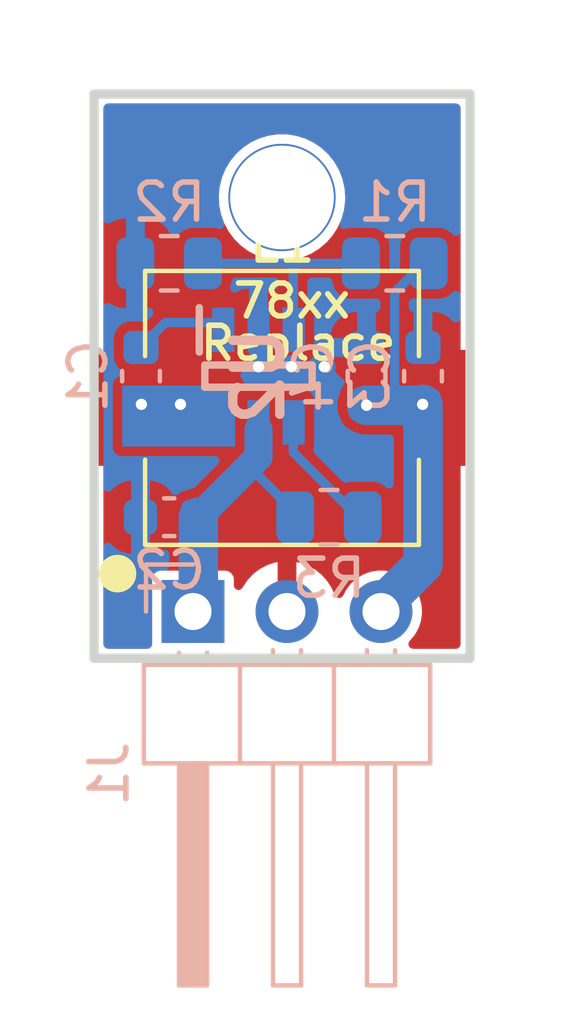
<source format=kicad_pcb>
(kicad_pcb (version 20211014) (generator pcbnew)
  (layers (0 "F.Cu" signal) (31 "B.Cu" signal) (34 "B.Paste" user) (35 "F.Paste" user) (36 "B.SilkS" user "B.Silkscreen") (37 "F.SilkS" user "F.Silkscreen") (38 "B.Mask" user) (39 "F.Mask" user) (44 "Edge.Cuts" user))
  (net 0 "")
  (net 1 "Net-(C1-Pad1)")
  (net 2 "/Vin")
  (net 3 "GND")
  (net 4 "/Vout")
  (net 5 "Net-(R1-Pad2)")
  (net 6 "Net-(U2-Pad4)")
  (footprint "Inductor_SMD:L_7.3x7.3_H4.5" (layer "F.Cu") (at 112.63 84)
    (fp_text reference "L1" (at 0 -4.45) (layer "F.SilkS"))
    (fp_text value "4.7uH")
    (fp_line (start -3.7 -3.7) (end 3.7 -3.7) (layer "F.SilkS") (width 0.12))
    (fp_line (start 3.7 1.4) (end 3.7 3.7) (layer "F.SilkS") (width 0.12))
    (fp_line (start -3.7 3.7) (end -3.7 1.4) (layer "F.SilkS") (width 0.12))
    (fp_line (start 3.7 -3.7) (end 3.7 -1.4) (layer "F.SilkS") (width 0.12))
    (fp_line (start -3.7 -1.4) (end -3.7 -3.7) (layer "F.SilkS") (width 0.12))
    (fp_line (start 3.7 3.7) (end -3.7 3.7) (layer "F.SilkS") (width 0.12))
    (pad "1" smd rect (at -3.2 0) (size 3.556 3.132) (layers "F.Cu" "F.Paste" "F.Mask") (net 2 "/Vin"))
    (pad "2" smd rect (at 3.2 0) (size 3.556 3.132) (layers "F.Cu" "F.Paste" "F.Mask") (net 4 "/Vout"))
  )
  (footprint "SamacSys_Parts:SOT95P280X145-6N" (layer "B.Cu") (at 111.995 83.142 -90)
    (fp_text reference "U2" (at 0 0 90) (layer "B.SilkS") (effects (font (size 1.27 1.27) (thickness 0.254)) (justify mirror)))
    (fp_text value "MT2492" hide)
    (fp_line (start -0.3 -1.45) (end -0.3 1.45) (layer "B.SilkS") (width 0.2))
    (fp_line (start -0.3 1.45) (end 0.3 1.45) (layer "B.SilkS") (width 0.2))
    (fp_line (start 0.3 -1.45) (end -0.3 -1.45) (layer "B.SilkS") (width 0.2))
    (fp_line (start 0.3 1.45) (end 0.3 -1.45) (layer "B.SilkS") (width 0.2))
    (fp_line (start -1.85 1.6) (end -0.65 1.6) (layer "B.SilkS") (width 0.2))
    (pad "1" smd rect locked (at -1.25 0.95 180) (size 0.6 1.2) (layers "B.Cu" "B.Paste" "B.Mask") (net 1 "Net-(C1-Pad1)"))
    (pad "2" smd rect locked (at -1.25 0 180) (size 0.6 1.2) (layers "B.Cu" "B.Paste" "B.Mask") (net 3 "GND"))
    (pad "3" smd rect locked (at -1.25 -0.95 180) (size 0.6 1.2) (layers "B.Cu" "B.Paste" "B.Mask") (net 5 "Net-(R1-Pad2)"))
    (pad "4" smd rect locked (at 1.25 -0.95 180) (size 0.6 1.2) (layers "B.Cu" "B.Paste" "B.Mask") (net 6 "Net-(U2-Pad4)"))
    (pad "5" smd rect locked (at 1.25 0 180) (size 0.6 1.2) (layers "B.Cu" "B.Paste" "B.Mask") (net 2 "/Vin"))
    (pad "6" smd rect locked (at 1.25 0.95 180) (size 0.6 1.2) (layers "B.Cu" "B.Paste" "B.Mask") (net 2 "/Vin"))
  )
  (footprint "Resistor_SMD:R_0805_2012Metric" (layer "B.Cu") (at 113.9 86.952)
    (fp_text reference "R3" (at 0 1.65) (layer "B.SilkS") (effects (justify mirror)))
    (fp_text value "100k")
    (fp_line (start -0.227064 -0.735) (end 0.227064 -0.735) (layer "B.SilkS") (width 0.12))
    (fp_line (start -0.227064 0.735) (end 0.227064 0.735) (layer "B.SilkS") (width 0.12))
    (pad "1" smd roundrect locked (at -0.9125 0) (size 1.025 1.4) (layers "B.Cu" "B.Paste" "B.Mask") (roundrect_rratio 0.243902) (net 2 "/Vin"))
    (pad "2" smd roundrect locked (at 0.9125 0) (size 1.025 1.4) (layers "B.Cu" "B.Paste" "B.Mask") (roundrect_rratio 0.243902) (net 6 "Net-(U2-Pad4)"))
  )
  (footprint "Resistor_SMD:R_0805_2012Metric" (layer "B.Cu") (at 115.678 80.094 180)
    (fp_text reference "R1" (at 0 1.65) (layer "B.SilkS") (effects (justify mirror)))
    (fp_text value "110k")
    (fp_line (start -0.227064 0.735) (end 0.227064 0.735) (layer "B.SilkS") (width 0.12))
    (fp_line (start -0.227064 -0.735) (end 0.227064 -0.735) (layer "B.SilkS") (width 0.12))
    (pad "1" smd roundrect locked (at -0.9125 0 180) (size 1.025 1.4) (layers "B.Cu" "B.Paste" "B.Mask") (roundrect_rratio 0.243902) (net 4 "/Vout"))
    (pad "2" smd roundrect locked (at 0.9125 0 180) (size 1.025 1.4) (layers "B.Cu" "B.Paste" "B.Mask") (roundrect_rratio 0.243902) (net 5 "Net-(R1-Pad2)"))
  )
  (footprint "Connector_PinHeader_2.54mm:PinHeader_1x03_P2.54mm_Horizontal" (layer "B.Cu") (at 110.225 89.5 -90)
    (fp_text reference "J1" (at 4.385 2.27 90) (layer "B.SilkS") (effects (justify mirror)))
    (fp_text value "Conn_01x03_Male")
    (fp_line (start 10.1 -0.38) (end 4.1 -0.38) (layer "B.SilkS") (width 0.12))
    (fp_line (start 1.11 -0.38) (end 1.44 -0.38) (layer "B.SilkS") (width 0.12))
    (fp_line (start 1.44 1.33) (end 1.44 -6.41) (layer "B.SilkS") (width 0.12))
    (fp_line (start 4.1 -0.04) (end 10.1 -0.04) (layer "B.SilkS") (width 0.12))
    (fp_line (start 4.1 0.32) (end 10.1 0.32) (layer "B.SilkS") (width 0.12))
    (fp_line (start 4.1 0.08) (end 10.1 0.08) (layer "B.SilkS") (width 0.12))
    (fp_line (start 1.44 -1.27) (end 4.1 -1.27) (layer "B.SilkS") (width 0.12))
    (fp_line (start 10.1 -2.16) (end 10.1 -2.92) (layer "B.SilkS") (width 0.12))
    (fp_line (start 1.44 -3.81) (end 4.1 -3.81) (layer "B.SilkS") (width 0.12))
    (fp_line (start 10.1 -4.7) (end 10.1 -5.46) (layer "B.SilkS") (width 0.12))
    (fp_line (start 1.042929 -5.46) (end 1.44 -5.46) (layer "B.SilkS") (width 0.12))
    (fp_line (start 4.1 0.2) (end 10.1 0.2) (layer "B.SilkS") (width 0.12))
    (fp_line (start 4.1 -6.41) (end 4.1 1.33) (layer "B.SilkS") (width 0.12))
    (fp_line (start 4.1 -0.28) (end 10.1 -0.28) (layer "B.SilkS") (width 0.12))
    (fp_line (start 1.042929 -2.16) (end 1.44 -2.16) (layer "B.SilkS") (width 0.12))
    (fp_line (start -1.27 0) (end -1.27 1.27) (layer "B.SilkS") (width 0.12))
    (fp_line (start 1.042929 -2.92) (end 1.44 -2.92) (layer "B.SilkS") (width 0.12))
    (fp_line (start 10.1 -2.92) (end 4.1 -2.92) (layer "B.SilkS") (width 0.12))
    (fp_line (start 4.1 0.38) (end 10.1 0.38) (layer "B.SilkS") (width 0.12))
    (fp_line (start -1.27 1.27) (end 0 1.27) (layer "B.SilkS") (width 0.12))
    (fp_line (start 4.1 1.33) (end 1.44 1.33) (layer "B.SilkS") (width 0.12))
    (fp_line (start 4.1 -4.7) (end 10.1 -4.7) (layer "B.SilkS") (width 0.12))
    (fp_line (start 1.042929 -4.7) (end 1.44 -4.7) (layer "B.SilkS") (width 0.12))
    (fp_line (start 1.11 0.38) (end 1.44 0.38) (layer "B.SilkS") (width 0.12))
    (fp_line (start 10.1 -5.46) (end 4.1 -5.46) (layer "B.SilkS") (width 0.12))
    (fp_line (start 10.1 0.38) (end 10.1 -0.38) (layer "B.SilkS") (width 0.12))
    (fp_line (start 4.1 -2.16) (end 10.1 -2.16) (layer "B.SilkS") (width 0.12))
    (fp_line (start 1.44 -6.41) (end 4.1 -6.41) (layer "B.SilkS") (width 0.12))
    (fp_line (start 4.1 -0.16) (end 10.1 -0.16) (layer "B.SilkS") (width 0.12))
    (pad "1" thru_hole rect locked (at 0 0 270) (size 1.7 1.7) (drill 1) (layers *.Cu *.Mask) (net 2 "/Vin"))
    (pad "2" thru_hole oval locked (at 0 -2.54 270) (size 1.7 1.7) (drill 1) (layers *.Cu *.Mask) (net 3 "GND"))
    (pad "3" thru_hole oval locked (at 0 -5.08 270) (size 1.7 1.7) (drill 1) (layers *.Cu *.Mask) (net 4 "/Vout"))
  )
  (footprint "Capacitor_SMD:C_0603_1608Metric" (layer "B.Cu") (at 114.916 83.142 -90)
    (fp_text reference "C4" (at 0 1.43 90) (layer "B.SilkS") (effects (justify mirror)))
    (fp_text value "22uF")
    (fp_line (start -0.14058 0.51) (end 0.14058 0.51) (layer "B.SilkS") (width 0.12))
    (fp_line (start -0.14058 -0.51) (end 0.14058 -0.51) (layer "B.SilkS") (width 0.12))
    (pad "1" smd roundrect locked (at -0.775 0 270) (size 0.9 0.95) (layers "B.Cu" "B.Paste" "B.Mask") (net 3 "GND"))
    (pad "2" smd roundrect locked (at 0.775 0 270) (size 0.9 0.95) (layers "B.Cu" "B.Paste" "B.Mask") (net 4 "/Vout"))
  )
  (footprint "Capacitor_SMD:C_0603_1608Metric" (layer "B.Cu") (at 108.82 83.142 -90)
    (fp_text reference "C1" (at 0 1.43 90) (layer "B.SilkS") (effects (justify mirror)))
    (fp_text value "22n")
    (fp_line (start -0.14058 -0.51) (end 0.14058 -0.51) (layer "B.SilkS") (width 0.12))
    (fp_line (start -0.14058 0.51) (end 0.14058 0.51) (layer "B.SilkS") (width 0.12))
    (pad "1" smd roundrect locked (at -0.775 0 270) (size 0.9 0.95) (layers "B.Cu" "B.Paste" "B.Mask") (net 1 "Net-(C1-Pad1)"))
    (pad "2" smd roundrect locked (at 0.775 0 270) (size 0.9 0.95) (layers "B.Cu" "B.Paste" "B.Mask") (net 2 "/Vin"))
  )
  (footprint "Capacitor_SMD:C_0603_1608Metric" (layer "B.Cu") (at 109.582 86.952)
    (fp_text reference "C2" (at 0 1.43) (layer "B.SilkS") (effects (justify mirror)))
    (fp_text value "25uF/25V")
    (fp_line (start -0.14058 0.51) (end 0.14058 0.51) (layer "B.SilkS") (width 0.12))
    (fp_line (start -0.14058 -0.51) (end 0.14058 -0.51) (layer "B.SilkS") (width 0.12))
    (pad "1" smd roundrect locked (at -0.775 0) (size 0.9 0.95) (layers "B.Cu" "B.Paste" "B.Mask") (net 3 "GND"))
    (pad "2" smd roundrect locked (at 0.775 0) (size 0.9 0.95) (layers "B.Cu" "B.Paste" "B.Mask") (net 2 "/Vin"))
  )
  (footprint "Resistor_SMD:R_0805_2012Metric" (layer "B.Cu") (at 109.582 80.094 180)
    (fp_text reference "R2" (at 0 1.65) (layer "B.SilkS") (effects (justify mirror)))
    (fp_text value "15k")
    (fp_line (start -0.227064 -0.735) (end 0.227064 -0.735) (layer "B.SilkS") (width 0.12))
    (fp_line (start -0.227064 0.735) (end 0.227064 0.735) (layer "B.SilkS") (width 0.12))
    (pad "1" smd roundrect locked (at -0.9125 0 180) (size 1.025 1.4) (layers "B.Cu" "B.Paste" "B.Mask") (roundrect_rratio 0.243902) (net 5 "Net-(R1-Pad2)"))
    (pad "2" smd roundrect locked (at 0.9125 0 180) (size 1.025 1.4) (layers "B.Cu" "B.Paste" "B.Mask") (roundrect_rratio 0.243902) (net 3 "GND"))
  )
  (footprint "Capacitor_SMD:C_0603_1608Metric" (layer "B.Cu") (at 116.44 83.142 -90)
    (fp_text reference "C3" (at 0 1.43 90) (layer "B.SilkS") (effects (justify mirror)))
    (fp_text value "22uF")
    (fp_line (start -0.14058 -0.51) (end 0.14058 -0.51) (layer "B.SilkS") (width 0.12))
    (fp_line (start -0.14058 0.51) (end 0.14058 0.51) (layer "B.SilkS") (width 0.12))
    (pad "1" smd roundrect locked (at -0.775 0 270) (size 0.9 0.95) (layers "B.Cu" "B.Paste" "B.Mask") (net 3 "GND"))
    (pad "2" smd roundrect locked (at 0.775 0 270) (size 0.9 0.95) (layers "B.Cu" "B.Paste" "B.Mask") (net 4 "/Vout"))
  )
  (gr_poly (pts (xy 108.312 83.396) (xy 111.36 83.396) (xy 111.36 85.047) (xy 108.312 85.047)) (layer "B.Cu") (width 0) (fill solid))
  (gr_circle (center 108.185 88.476) (end 108.439 88.476) (layer "F.SilkS") (width 0.508) (fill none))
  (gr_line (start 117.71 90.762) (end 107.55 90.762) (layer "Edge.Cuts") (width 0.254))
  (gr_line (start 117.71 75.522) (end 117.71 90.762) (layer "Edge.Cuts") (width 0.254))
  (gr_line (start 107.55 90.762) (end 107.55 75.522) (layer "Edge.Cuts") (width 0.254))
  (gr_line (start 107.55 75.522) (end 117.71 75.522) (layer "Edge.Cuts") (width 0.254))
  (gr_text "78xx" (at 111.229 81.11) (layer "F.SilkS") (effects (font (size 0.889 0.889) (thickness 0.152)) (justify left)))
  (gr_text "Replace" (at 110.344 82.253) (layer "F.SilkS") (effects (font (size 0.889 0.889) (thickness 0.152)) (justify left)))
  (via (at 112.63 78.316) (size 2.9) (drill 2.8) (layers "F.Cu" "B.Cu") (net 0))
  (segment (start 109.48 81.694) (end 111.055 81.694) (width 0.254) (layer "B.Cu") (net 1))
  (segment (start 108.82 82.355) (end 109.48 81.694) (width 0.254) (layer "B.Cu") (net 1))
  (via (at 108.83 83.904) (size 0.61) (drill 0.305) (layers "F.Cu" "B.Cu") (net 2))
  (via (at 109.887 83.904) (size 0.61) (drill 0.305) (layers "F.Cu" "B.Cu") (net 2))
  (segment (start 110.557 83.904) (end 111.045 84.392) (width 0.25) (layer "B.Cu") (net 2))
  (segment (start 111.785 85.624) (end 111.697 85.624) (width 0.254) (layer "B.Cu") (net 2))
  (segment (start 111.629 85.692) (end 110.369 86.952) (width 0.762) (layer "B.Cu") (net 2))
  (segment (start 110.09 89.492) (end 110.369 89.213) (width 1.067) (layer "B.Cu") (net 2))
  (segment (start 111.995 85.326) (end 111.629 85.692) (width 0.762) (layer "B.Cu") (net 2))
  (segment (start 112.9875 86.8265) (end 111.785 85.624) (width 0.25) (layer "B.Cu") (net 2))
  (segment (start 111.995 84.59) (end 111.995 85.326) (width 0.762) (layer "B.Cu") (net 2))
  (segment (start 109.887 83.904) (end 110.557 83.904) (width 0.25) (layer "B.Cu") (net 2))
  (segment (start 113.113 86.952) (end 111.785 85.624) (width 0.254) (layer "B.Cu") (net 2))
  (segment (start 108.83 83.904) (end 109.887 83.904) (width 0.25) (layer "B.Cu") (net 2))
  (segment (start 112.9875 86.952) (end 112.9875 86.8265) (width 0.25) (layer "B.Cu") (net 2))
  (segment (start 111.629 85.692) (end 111.629 85.692) (width 0.762) (layer "B.Cu") (net 2))
  (segment (start 110.369 89.213) (end 110.369 86.952) (width 1.067) (layer "B.Cu") (net 2))
  (via (at 113.773 82.888) (size 0.61) (drill 0.305) (layers "F.Cu" "B.Cu") (net 3))
  (via (at 111.995 82.888) (size 0.61) (drill 0.305) (layers "F.Cu" "B.Cu") (net 3))
  (via (at 112.884 82.888) (size 0.61) (drill 0.305) (layers "F.Cu" "B.Cu") (net 3))
  (segment (start 114.916 83.929) (end 116.405 83.929) (width 1.219) (layer "F.Cu") (net 4))
  (segment (start 116.405 83.929) (end 116.43 83.904) (width 1.219) (layer "F.Cu") (net 4))
  (via (at 116.43 83.904) (size 0.61) (drill 0.305) (layers "F.Cu" "B.Cu") (net 4))
  (via (at 114.916 83.929) (size 0.61) (drill 0.305) (layers "F.Cu" "B.Cu") (net 4))
  (segment (start 115.672 80.887) (end 115.672 81.62) (width 0.254) (layer "B.Cu") (net 4))
  (segment (start 116.44 88.222) (end 115.17 89.492) (width 1.067) (layer "B.Cu") (net 4))
  (segment (start 115.672 81.62) (end 115.672 83.929) (width 0.254) (layer "B.Cu") (net 4))
  (segment (start 116.43 83.904) (end 116.405 83.929) (width 1.067) (layer "B.Cu") (net 4))
  (segment (start 116.44 83.929) (end 116.44 88.222) (width 1.067) (layer "B.Cu") (net 4))
  (segment (start 116.465 80.094) (end 115.672 80.887) (width 0.254) (layer "B.Cu") (net 4))
  (segment (start 116.405 83.929) (end 114.916 83.929) (width 1.067) (layer "B.Cu") (net 4))
  (segment (start 112.935 81.694) (end 112.935 80.094) (width 0.254) (layer "B.Cu") (net 5))
  (segment (start 110.369 80.094) (end 114.891 80.094) (width 0.254) (layer "B.Cu") (net 5))
  (segment (start 112.935 84.59) (end 112.935 85.199) (width 0.254) (layer "B.Cu") (net 6))
  (segment (start 112.935 85.199) (end 114.687 86.952) (width 0.254) (layer "B.Cu") (net 6))
  (zone (net 3) (net_name "GND") (layer "F.Cu") (connect_pads (clearance 0.254)) (min_thickness 0.254) (fill yes (thermal_gap 0.508) (thermal_bridge_width 0.508))
    (polygon (pts (xy 105.01 72.982) (xy 120.25 72.982) (xy 120.25 93.302) (xy 105.01 93.302)))
  )
  (zone (net 3) (net_name "GND") (layer "B.Cu") (connect_pads (clearance 0.254)) (min_thickness 0.254) (fill yes (thermal_gap 0.508) (thermal_bridge_width 0.508))
    (polygon (pts (xy 106.28 74.252) (xy 118.98 74.252) (xy 118.98 92.032) (xy 106.28 92.032)))
  )
)
</source>
